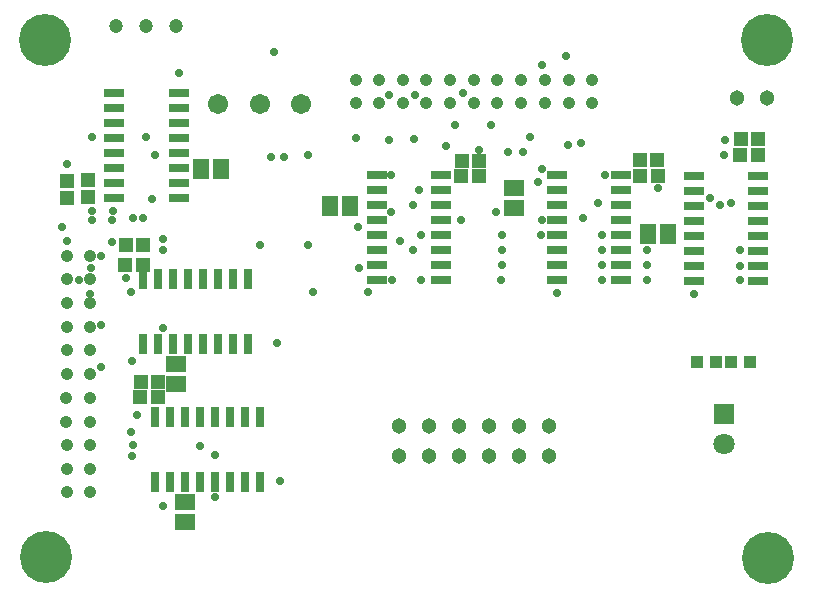
<source format=gts>
G04*
G04 #@! TF.GenerationSoftware,Altium Limited,Altium Designer,19.1.7 (138)*
G04*
G04 Layer_Color=8388736*
%FSLAX25Y25*%
%MOIN*%
G70*
G01*
G75*
%ADD25R,0.03950X0.03950*%
%ADD26R,0.03162X0.06509*%
%ADD27R,0.06509X0.03162*%
%ADD28R,0.05524X0.06902*%
%ADD29R,0.06902X0.05524*%
%ADD30R,0.04540X0.04934*%
%ADD31R,0.04934X0.04737*%
%ADD32R,0.04934X0.04540*%
%ADD33R,0.04737X0.04934*%
%ADD34R,0.04147X0.04343*%
%ADD35C,0.05131*%
%ADD36C,0.06706*%
%ADD37C,0.04200*%
%ADD38C,0.07099*%
%ADD39R,0.07099X0.07099*%
%ADD40C,0.04737*%
%ADD41C,0.17335*%
%ADD42C,0.02800*%
D25*
X258300Y77800D02*
D03*
X251800D02*
D03*
D26*
X56000Y83972D02*
D03*
X61000D02*
D03*
X66000D02*
D03*
X71000D02*
D03*
X76000D02*
D03*
X81000D02*
D03*
X86000D02*
D03*
X91000D02*
D03*
X56000Y105428D02*
D03*
X61000D02*
D03*
X66000D02*
D03*
X71000D02*
D03*
X76000D02*
D03*
X81000D02*
D03*
X86000D02*
D03*
X91000D02*
D03*
X60000Y37972D02*
D03*
X65000D02*
D03*
X70000D02*
D03*
X75000D02*
D03*
X80000D02*
D03*
X85000D02*
D03*
X90000D02*
D03*
X95000D02*
D03*
X60000Y59428D02*
D03*
X65000D02*
D03*
X70000D02*
D03*
X75000D02*
D03*
X80000D02*
D03*
X85000D02*
D03*
X90000D02*
D03*
X95000D02*
D03*
D27*
X133972Y140200D02*
D03*
Y135200D02*
D03*
Y130200D02*
D03*
Y125200D02*
D03*
Y120200D02*
D03*
Y115200D02*
D03*
Y110200D02*
D03*
Y105200D02*
D03*
X155428Y140200D02*
D03*
Y135200D02*
D03*
Y130200D02*
D03*
Y125200D02*
D03*
Y120200D02*
D03*
Y115200D02*
D03*
Y110200D02*
D03*
Y105200D02*
D03*
X193972Y140200D02*
D03*
Y135200D02*
D03*
Y130200D02*
D03*
Y125200D02*
D03*
Y120200D02*
D03*
Y115200D02*
D03*
Y110200D02*
D03*
Y105200D02*
D03*
X215428Y140200D02*
D03*
Y135200D02*
D03*
Y130200D02*
D03*
Y125200D02*
D03*
Y120200D02*
D03*
Y115200D02*
D03*
Y110200D02*
D03*
Y105200D02*
D03*
X239572Y139900D02*
D03*
Y134900D02*
D03*
Y129900D02*
D03*
Y124900D02*
D03*
Y119900D02*
D03*
Y114900D02*
D03*
Y109900D02*
D03*
Y104900D02*
D03*
X261028Y139900D02*
D03*
Y134900D02*
D03*
Y129900D02*
D03*
Y124900D02*
D03*
Y119900D02*
D03*
Y114900D02*
D03*
Y109900D02*
D03*
Y104900D02*
D03*
X67828Y132600D02*
D03*
Y137600D02*
D03*
Y142600D02*
D03*
Y147600D02*
D03*
Y152600D02*
D03*
Y157600D02*
D03*
Y162600D02*
D03*
Y167600D02*
D03*
X46372Y132600D02*
D03*
Y137600D02*
D03*
Y142600D02*
D03*
Y147600D02*
D03*
Y152600D02*
D03*
Y157600D02*
D03*
Y162600D02*
D03*
Y167600D02*
D03*
D28*
X118154Y129700D02*
D03*
X124846D02*
D03*
X224153Y120400D02*
D03*
X230847D02*
D03*
X81846Y142200D02*
D03*
X75153D02*
D03*
D29*
X70000Y24354D02*
D03*
Y31047D02*
D03*
X179500Y135947D02*
D03*
Y129253D02*
D03*
X67000Y70553D02*
D03*
Y77246D02*
D03*
D30*
X162146Y144700D02*
D03*
X167854D02*
D03*
X55146Y71200D02*
D03*
X60854D02*
D03*
X221646Y145200D02*
D03*
X227354D02*
D03*
X50146Y116700D02*
D03*
X55854D02*
D03*
X260854Y152200D02*
D03*
X255146D02*
D03*
D31*
X167953Y139700D02*
D03*
X162047D02*
D03*
X60953Y66200D02*
D03*
X55047D02*
D03*
X227453Y139700D02*
D03*
X221547D02*
D03*
X55953Y110200D02*
D03*
X50047D02*
D03*
X255047Y146700D02*
D03*
X260953D02*
D03*
D32*
X30700Y138254D02*
D03*
Y132546D02*
D03*
D33*
X37500Y132747D02*
D03*
Y138653D02*
D03*
D34*
X246851Y77800D02*
D03*
X240749D02*
D03*
D35*
X191200Y46500D02*
D03*
Y56500D02*
D03*
X181200D02*
D03*
Y46500D02*
D03*
X171200D02*
D03*
Y56500D02*
D03*
X161200D02*
D03*
Y46500D02*
D03*
X151200D02*
D03*
Y56500D02*
D03*
X141200D02*
D03*
Y46500D02*
D03*
X254100Y165900D02*
D03*
X264100D02*
D03*
D36*
X81000Y163700D02*
D03*
X94800D02*
D03*
X108600D02*
D03*
D37*
X205700Y171900D02*
D03*
X197800D02*
D03*
X182000D02*
D03*
X189900D02*
D03*
X174100D02*
D03*
X166200D02*
D03*
X150400Y172000D02*
D03*
X158300D02*
D03*
X142500Y171900D02*
D03*
X134600D02*
D03*
X126900D02*
D03*
Y164100D02*
D03*
X134600D02*
D03*
X142500D02*
D03*
X158300Y164200D02*
D03*
X150400D02*
D03*
X166200Y164100D02*
D03*
X174100D02*
D03*
X189900D02*
D03*
X182000D02*
D03*
X197800D02*
D03*
X205700D02*
D03*
X38300Y113300D02*
D03*
Y105400D02*
D03*
Y89600D02*
D03*
Y97500D02*
D03*
Y81700D02*
D03*
Y73800D02*
D03*
X38200Y58000D02*
D03*
Y65900D02*
D03*
X38300Y50100D02*
D03*
Y42200D02*
D03*
Y34500D02*
D03*
X30500D02*
D03*
Y42200D02*
D03*
Y50100D02*
D03*
X30400Y65900D02*
D03*
Y58000D02*
D03*
X30500Y73800D02*
D03*
Y81700D02*
D03*
Y97500D02*
D03*
Y89600D02*
D03*
Y105400D02*
D03*
Y113300D02*
D03*
D38*
X249500Y50500D02*
D03*
D39*
Y60500D02*
D03*
D40*
X47000Y189700D02*
D03*
X57000D02*
D03*
X67000D02*
D03*
D41*
X23400Y185200D02*
D03*
X264100D02*
D03*
X23500Y12800D02*
D03*
X264200Y12600D02*
D03*
D42*
X138500Y127745D02*
D03*
Y140245D02*
D03*
X138000Y166745D02*
D03*
X160000Y156745D02*
D03*
X209000Y110245D02*
D03*
X141500Y118245D02*
D03*
X224000Y110245D02*
D03*
X255000Y109745D02*
D03*
Y105245D02*
D03*
X224000D02*
D03*
X209000Y105245D02*
D03*
X209000Y115245D02*
D03*
X175500D02*
D03*
X128000Y109245D02*
D03*
X127500Y122745D02*
D03*
X139000Y105245D02*
D03*
X131000Y101245D02*
D03*
X111000Y146745D02*
D03*
X103000Y146245D02*
D03*
X98500D02*
D03*
X68000Y174245D02*
D03*
X100772Y84017D02*
D03*
X239546Y100428D02*
D03*
X193972Y100774D02*
D03*
X111000Y116745D02*
D03*
X95000D02*
D03*
X252000Y130745D02*
D03*
X250000Y151745D02*
D03*
X30700Y143945D02*
D03*
X157000Y149745D02*
D03*
X126854Y152391D02*
D03*
X138000Y151745D02*
D03*
X148500Y120245D02*
D03*
X146000Y130245D02*
D03*
X148000Y135245D02*
D03*
X146311Y152245D02*
D03*
X173500Y127745D02*
D03*
X162500Y167656D02*
D03*
X187500Y137745D02*
D03*
X177500Y147745D02*
D03*
X172000Y156745D02*
D03*
X202500Y125745D02*
D03*
X210000Y140245D02*
D03*
X42000Y76045D02*
D03*
X39000Y152745D02*
D03*
X57000D02*
D03*
X60000Y146745D02*
D03*
X112500Y101245D02*
D03*
X62500Y29745D02*
D03*
X52300Y46545D02*
D03*
X80000Y46745D02*
D03*
X39000Y125245D02*
D03*
X42100Y113345D02*
D03*
X56000Y125745D02*
D03*
X62500Y89245D02*
D03*
X42000Y90245D02*
D03*
X45764Y117745D02*
D03*
X34500Y105245D02*
D03*
X38300Y100545D02*
D03*
X52000Y101245D02*
D03*
X50146Y105891D02*
D03*
X62500Y118745D02*
D03*
X39000Y128245D02*
D03*
X46000D02*
D03*
X52129Y78116D02*
D03*
X162000Y125245D02*
D03*
X146000Y115245D02*
D03*
X148500Y105245D02*
D03*
X202000Y150745D02*
D03*
X197500Y150245D02*
D03*
X207500Y130745D02*
D03*
X209000Y120245D02*
D03*
X224000Y115245D02*
D03*
X255000D02*
D03*
X38500Y109245D02*
D03*
X54000Y60245D02*
D03*
X62500Y115245D02*
D03*
X45516Y125245D02*
D03*
X52500Y125745D02*
D03*
X167854Y148600D02*
D03*
X59000Y132245D02*
D03*
X30500Y118245D02*
D03*
X29000Y122745D02*
D03*
X175500Y120245D02*
D03*
X146500Y166745D02*
D03*
X249500Y146745D02*
D03*
X227500Y135745D02*
D03*
X99500Y181245D02*
D03*
X189000Y176745D02*
D03*
X197000Y179745D02*
D03*
X189000Y142245D02*
D03*
X182500Y147745D02*
D03*
X185000Y152745D02*
D03*
X101772Y38017D02*
D03*
X51912Y54608D02*
D03*
X75000Y49745D02*
D03*
X52500Y50045D02*
D03*
X244900Y132545D02*
D03*
X248400Y130145D02*
D03*
X79900Y32945D02*
D03*
X189000Y125245D02*
D03*
X188700Y120145D02*
D03*
X175500Y110295D02*
D03*
X175300Y105245D02*
D03*
M02*

</source>
